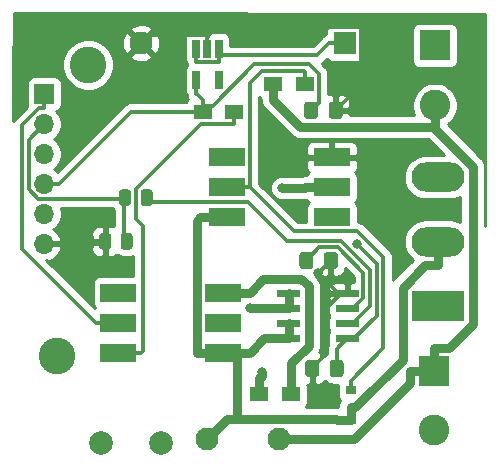
<source format=gbl>
G04 #@! TF.GenerationSoftware,KiCad,Pcbnew,5.1.7-a382d34a8~88~ubuntu18.04.1*
G04 #@! TF.CreationDate,2021-11-17T17:12:46+05:30*
G04 #@! TF.ProjectId,BackEnd_HeavyDevice_v5,4261636b-456e-4645-9f48-656176794465,rev?*
G04 #@! TF.SameCoordinates,Original*
G04 #@! TF.FileFunction,Copper,L2,Bot*
G04 #@! TF.FilePolarity,Positive*
%FSLAX46Y46*%
G04 Gerber Fmt 4.6, Leading zero omitted, Abs format (unit mm)*
G04 Created by KiCad (PCBNEW 5.1.7-a382d34a8~88~ubuntu18.04.1) date 2021-11-17 17:12:46*
%MOMM*%
%LPD*%
G01*
G04 APERTURE LIST*
G04 #@! TA.AperFunction,ComponentPad*
%ADD10C,3.100000*%
G04 #@! TD*
G04 #@! TA.AperFunction,ComponentPad*
%ADD11R,1.950000X1.950000*%
G04 #@! TD*
G04 #@! TA.AperFunction,ComponentPad*
%ADD12C,1.950000*%
G04 #@! TD*
G04 #@! TA.AperFunction,ComponentPad*
%ADD13R,2.600000X2.600000*%
G04 #@! TD*
G04 #@! TA.AperFunction,ComponentPad*
%ADD14C,2.600000*%
G04 #@! TD*
G04 #@! TA.AperFunction,ComponentPad*
%ADD15R,4.500000X2.500000*%
G04 #@! TD*
G04 #@! TA.AperFunction,ComponentPad*
%ADD16O,4.500000X2.500000*%
G04 #@! TD*
G04 #@! TA.AperFunction,ComponentPad*
%ADD17C,2.000000*%
G04 #@! TD*
G04 #@! TA.AperFunction,SMDPad,CuDef*
%ADD18R,0.900000X0.800000*%
G04 #@! TD*
G04 #@! TA.AperFunction,SMDPad,CuDef*
%ADD19R,1.500000X1.300000*%
G04 #@! TD*
G04 #@! TA.AperFunction,SMDPad,CuDef*
%ADD20R,3.100000X1.600000*%
G04 #@! TD*
G04 #@! TA.AperFunction,SMDPad,CuDef*
%ADD21R,0.650000X1.560000*%
G04 #@! TD*
G04 #@! TA.AperFunction,ComponentPad*
%ADD22R,1.700000X1.700000*%
G04 #@! TD*
G04 #@! TA.AperFunction,ComponentPad*
%ADD23O,1.700000X1.700000*%
G04 #@! TD*
G04 #@! TA.AperFunction,ViaPad*
%ADD24C,0.800000*%
G04 #@! TD*
G04 #@! TA.AperFunction,Conductor*
%ADD25C,0.350000*%
G04 #@! TD*
G04 #@! TA.AperFunction,Conductor*
%ADD26C,0.800000*%
G04 #@! TD*
G04 #@! TA.AperFunction,Conductor*
%ADD27C,0.254000*%
G04 #@! TD*
G04 #@! TA.AperFunction,Conductor*
%ADD28C,0.100000*%
G04 #@! TD*
G04 APERTURE END LIST*
D10*
X114554000Y-126187200D03*
X117215920Y-101513640D03*
G04 #@! TA.AperFunction,SMDPad,CuDef*
G36*
G01*
X136684000Y-104882000D02*
X136684000Y-105832000D01*
G75*
G02*
X136434000Y-106082000I-250000J0D01*
G01*
X135759000Y-106082000D01*
G75*
G02*
X135509000Y-105832000I0J250000D01*
G01*
X135509000Y-104882000D01*
G75*
G02*
X135759000Y-104632000I250000J0D01*
G01*
X136434000Y-104632000D01*
G75*
G02*
X136684000Y-104882000I0J-250000D01*
G01*
G37*
G04 #@! TD.AperFunction*
G04 #@! TA.AperFunction,SMDPad,CuDef*
G36*
G01*
X138759000Y-104882000D02*
X138759000Y-105832000D01*
G75*
G02*
X138509000Y-106082000I-250000J0D01*
G01*
X137834000Y-106082000D01*
G75*
G02*
X137584000Y-105832000I0J250000D01*
G01*
X137584000Y-104882000D01*
G75*
G02*
X137834000Y-104632000I250000J0D01*
G01*
X138509000Y-104632000D01*
G75*
G02*
X138759000Y-104882000I0J-250000D01*
G01*
G37*
G04 #@! TD.AperFunction*
G04 #@! TA.AperFunction,SMDPad,CuDef*
G36*
G01*
X136276000Y-117599000D02*
X136276000Y-118549000D01*
G75*
G02*
X136026000Y-118799000I-250000J0D01*
G01*
X135351000Y-118799000D01*
G75*
G02*
X135101000Y-118549000I0J250000D01*
G01*
X135101000Y-117599000D01*
G75*
G02*
X135351000Y-117349000I250000J0D01*
G01*
X136026000Y-117349000D01*
G75*
G02*
X136276000Y-117599000I0J-250000D01*
G01*
G37*
G04 #@! TD.AperFunction*
G04 #@! TA.AperFunction,SMDPad,CuDef*
G36*
G01*
X138351000Y-117599000D02*
X138351000Y-118549000D01*
G75*
G02*
X138101000Y-118799000I-250000J0D01*
G01*
X137426000Y-118799000D01*
G75*
G02*
X137176000Y-118549000I0J250000D01*
G01*
X137176000Y-117599000D01*
G75*
G02*
X137426000Y-117349000I250000J0D01*
G01*
X138101000Y-117349000D01*
G75*
G02*
X138351000Y-117599000I0J-250000D01*
G01*
G37*
G04 #@! TD.AperFunction*
G04 #@! TA.AperFunction,SMDPad,CuDef*
G36*
G01*
X136774000Y-126736000D02*
X136774000Y-127686000D01*
G75*
G02*
X136524000Y-127936000I-250000J0D01*
G01*
X135849000Y-127936000D01*
G75*
G02*
X135599000Y-127686000I0J250000D01*
G01*
X135599000Y-126736000D01*
G75*
G02*
X135849000Y-126486000I250000J0D01*
G01*
X136524000Y-126486000D01*
G75*
G02*
X136774000Y-126736000I0J-250000D01*
G01*
G37*
G04 #@! TD.AperFunction*
G04 #@! TA.AperFunction,SMDPad,CuDef*
G36*
G01*
X138849000Y-126736000D02*
X138849000Y-127686000D01*
G75*
G02*
X138599000Y-127936000I-250000J0D01*
G01*
X137924000Y-127936000D01*
G75*
G02*
X137674000Y-127686000I0J250000D01*
G01*
X137674000Y-126736000D01*
G75*
G02*
X137924000Y-126486000I250000J0D01*
G01*
X138599000Y-126486000D01*
G75*
G02*
X138849000Y-126736000I0J-250000D01*
G01*
G37*
G04 #@! TD.AperFunction*
G04 #@! TA.AperFunction,SMDPad,CuDef*
G36*
G01*
X138165000Y-124903000D02*
X138165000Y-124387000D01*
G75*
G02*
X138207000Y-124345000I42000J0D01*
G01*
X140093000Y-124345000D01*
G75*
G02*
X140135000Y-124387000I0J-42000D01*
G01*
X140135000Y-124903000D01*
G75*
G02*
X140093000Y-124945000I-42000J0D01*
G01*
X138207000Y-124945000D01*
G75*
G02*
X138165000Y-124903000I0J42000D01*
G01*
G37*
G04 #@! TD.AperFunction*
G04 #@! TA.AperFunction,SMDPad,CuDef*
G36*
G01*
X138165000Y-123633000D02*
X138165000Y-123117000D01*
G75*
G02*
X138207000Y-123075000I42000J0D01*
G01*
X140093000Y-123075000D01*
G75*
G02*
X140135000Y-123117000I0J-42000D01*
G01*
X140135000Y-123633000D01*
G75*
G02*
X140093000Y-123675000I-42000J0D01*
G01*
X138207000Y-123675000D01*
G75*
G02*
X138165000Y-123633000I0J42000D01*
G01*
G37*
G04 #@! TD.AperFunction*
G04 #@! TA.AperFunction,SMDPad,CuDef*
G36*
G01*
X138165000Y-122363000D02*
X138165000Y-121847000D01*
G75*
G02*
X138207000Y-121805000I42000J0D01*
G01*
X140093000Y-121805000D01*
G75*
G02*
X140135000Y-121847000I0J-42000D01*
G01*
X140135000Y-122363000D01*
G75*
G02*
X140093000Y-122405000I-42000J0D01*
G01*
X138207000Y-122405000D01*
G75*
G02*
X138165000Y-122363000I0J42000D01*
G01*
G37*
G04 #@! TD.AperFunction*
G04 #@! TA.AperFunction,SMDPad,CuDef*
G36*
G01*
X138165000Y-121093000D02*
X138165000Y-120577000D01*
G75*
G02*
X138207000Y-120535000I42000J0D01*
G01*
X140093000Y-120535000D01*
G75*
G02*
X140135000Y-120577000I0J-42000D01*
G01*
X140135000Y-121093000D01*
G75*
G02*
X140093000Y-121135000I-42000J0D01*
G01*
X138207000Y-121135000D01*
G75*
G02*
X138165000Y-121093000I0J42000D01*
G01*
G37*
G04 #@! TD.AperFunction*
G04 #@! TA.AperFunction,SMDPad,CuDef*
G36*
G01*
X133215000Y-121093000D02*
X133215000Y-120577000D01*
G75*
G02*
X133257000Y-120535000I42000J0D01*
G01*
X135143000Y-120535000D01*
G75*
G02*
X135185000Y-120577000I0J-42000D01*
G01*
X135185000Y-121093000D01*
G75*
G02*
X135143000Y-121135000I-42000J0D01*
G01*
X133257000Y-121135000D01*
G75*
G02*
X133215000Y-121093000I0J42000D01*
G01*
G37*
G04 #@! TD.AperFunction*
G04 #@! TA.AperFunction,SMDPad,CuDef*
G36*
G01*
X133215000Y-122363000D02*
X133215000Y-121847000D01*
G75*
G02*
X133257000Y-121805000I42000J0D01*
G01*
X135143000Y-121805000D01*
G75*
G02*
X135185000Y-121847000I0J-42000D01*
G01*
X135185000Y-122363000D01*
G75*
G02*
X135143000Y-122405000I-42000J0D01*
G01*
X133257000Y-122405000D01*
G75*
G02*
X133215000Y-122363000I0J42000D01*
G01*
G37*
G04 #@! TD.AperFunction*
G04 #@! TA.AperFunction,SMDPad,CuDef*
G36*
G01*
X133215000Y-123633000D02*
X133215000Y-123117000D01*
G75*
G02*
X133257000Y-123075000I42000J0D01*
G01*
X135143000Y-123075000D01*
G75*
G02*
X135185000Y-123117000I0J-42000D01*
G01*
X135185000Y-123633000D01*
G75*
G02*
X135143000Y-123675000I-42000J0D01*
G01*
X133257000Y-123675000D01*
G75*
G02*
X133215000Y-123633000I0J42000D01*
G01*
G37*
G04 #@! TD.AperFunction*
G04 #@! TA.AperFunction,SMDPad,CuDef*
G36*
G01*
X133215000Y-124903000D02*
X133215000Y-124387000D01*
G75*
G02*
X133257000Y-124345000I42000J0D01*
G01*
X135143000Y-124345000D01*
G75*
G02*
X135185000Y-124387000I0J-42000D01*
G01*
X135185000Y-124903000D01*
G75*
G02*
X135143000Y-124945000I-42000J0D01*
G01*
X133257000Y-124945000D01*
G75*
G02*
X133215000Y-124903000I0J42000D01*
G01*
G37*
G04 #@! TD.AperFunction*
D11*
X138971000Y-99667000D03*
D12*
X127287000Y-133195000D03*
X121699000Y-99667000D03*
X133383000Y-133195000D03*
G04 #@! TA.AperFunction,SMDPad,CuDef*
G36*
G01*
X119964000Y-116896001D02*
X119964000Y-115995999D01*
G75*
G02*
X120213999Y-115746000I249999J0D01*
G01*
X120739001Y-115746000D01*
G75*
G02*
X120989000Y-115995999I0J-249999D01*
G01*
X120989000Y-116896001D01*
G75*
G02*
X120739001Y-117146000I-249999J0D01*
G01*
X120213999Y-117146000D01*
G75*
G02*
X119964000Y-116896001I0J249999D01*
G01*
G37*
G04 #@! TD.AperFunction*
G04 #@! TA.AperFunction,SMDPad,CuDef*
G36*
G01*
X118139000Y-116896001D02*
X118139000Y-115995999D01*
G75*
G02*
X118388999Y-115746000I249999J0D01*
G01*
X118914001Y-115746000D01*
G75*
G02*
X119164000Y-115995999I0J-249999D01*
G01*
X119164000Y-116896001D01*
G75*
G02*
X118914001Y-117146000I-249999J0D01*
G01*
X118388999Y-117146000D01*
G75*
G02*
X118139000Y-116896001I0J249999D01*
G01*
G37*
G04 #@! TD.AperFunction*
D13*
X146576000Y-99860100D03*
D14*
X146576000Y-104940100D03*
D13*
X146497000Y-127460000D03*
D14*
X146497000Y-132460000D03*
G04 #@! TA.AperFunction,SMDPad,CuDef*
G36*
G01*
X121655000Y-113201001D02*
X121655000Y-112300999D01*
G75*
G02*
X121904999Y-112051000I249999J0D01*
G01*
X122430001Y-112051000D01*
G75*
G02*
X122680000Y-112300999I0J-249999D01*
G01*
X122680000Y-113201001D01*
G75*
G02*
X122430001Y-113451000I-249999J0D01*
G01*
X121904999Y-113451000D01*
G75*
G02*
X121655000Y-113201001I0J249999D01*
G01*
G37*
G04 #@! TD.AperFunction*
G04 #@! TA.AperFunction,SMDPad,CuDef*
G36*
G01*
X119830000Y-113201001D02*
X119830000Y-112300999D01*
G75*
G02*
X120079999Y-112051000I249999J0D01*
G01*
X120605001Y-112051000D01*
G75*
G02*
X120855000Y-112300999I0J-249999D01*
G01*
X120855000Y-113201001D01*
G75*
G02*
X120605001Y-113451000I-249999J0D01*
G01*
X120079999Y-113451000D01*
G75*
G02*
X119830000Y-113201001I0J249999D01*
G01*
G37*
G04 #@! TD.AperFunction*
D15*
X146827000Y-121917000D03*
D16*
X146827000Y-116467000D03*
X146827000Y-111017000D03*
D17*
X118316000Y-133530000D03*
X123396000Y-133520000D03*
D18*
X139433000Y-131587000D03*
X139433000Y-129047000D03*
D19*
X135611000Y-103152000D03*
X132911000Y-103152000D03*
X126909000Y-105474000D03*
X129609000Y-105474000D03*
X131718000Y-129398000D03*
X134418000Y-129398000D03*
D20*
X128971000Y-114430000D03*
X137861000Y-109350000D03*
X128971000Y-111890000D03*
X137861000Y-111890000D03*
X128971000Y-109350000D03*
X137861000Y-114430000D03*
D21*
X126357000Y-102824000D03*
X128257000Y-102824000D03*
X128257000Y-100124000D03*
X127307000Y-100124000D03*
X126357000Y-100124000D03*
D20*
X128666000Y-125862000D03*
X119776000Y-120782000D03*
X128666000Y-123322000D03*
X119776000Y-123322000D03*
X128666000Y-120782000D03*
X119776000Y-125862000D03*
D22*
X113515000Y-103967000D03*
D23*
X113515000Y-106507000D03*
X113515000Y-109047000D03*
X113515000Y-111587000D03*
X113515000Y-114127000D03*
X113515000Y-116667000D03*
D24*
X139974400Y-116677500D03*
X136708200Y-119161500D03*
X134353800Y-110477800D03*
X130916300Y-122105000D03*
X133654600Y-111932300D03*
X131931500Y-127505000D03*
D25*
X139974400Y-116677500D02*
X141651900Y-118355000D01*
X141651900Y-118355000D02*
X141651900Y-122733500D01*
X141651900Y-122733500D02*
X139740400Y-124645000D01*
X139740400Y-124645000D02*
X139150000Y-124645000D01*
X139150000Y-124645000D02*
X138261500Y-125533500D01*
X138261500Y-125533500D02*
X138261500Y-127211000D01*
X126357000Y-101279300D02*
X128257000Y-101279300D01*
X138971000Y-99667000D02*
X137620700Y-99667000D01*
X128257000Y-100701600D02*
X136586100Y-100701600D01*
X136586100Y-100701600D02*
X137620700Y-99667000D01*
X128257000Y-100701600D02*
X128257000Y-101279300D01*
X128257000Y-100124000D02*
X128257000Y-100701600D01*
X126357000Y-100124000D02*
X126357000Y-101279300D01*
X138505300Y-120958500D02*
X138628800Y-120835000D01*
X138628800Y-120835000D02*
X139150000Y-120835000D01*
X136186500Y-127211000D02*
X137041800Y-126355700D01*
X137041800Y-126355700D02*
X137041800Y-122422000D01*
X137041800Y-122422000D02*
X138505300Y-120958500D01*
X138505300Y-120958500D02*
X136708200Y-119161500D01*
X137763500Y-118074000D02*
X137763500Y-118106200D01*
X137763500Y-118106200D02*
X136708200Y-119161500D01*
X137861000Y-109350000D02*
X135935700Y-109350000D01*
X134353800Y-110477800D02*
X134807900Y-110477800D01*
X134807900Y-110477800D02*
X135935700Y-109350000D01*
X113515000Y-116667000D02*
X118430500Y-116667000D01*
X118430500Y-116667000D02*
X118651500Y-116446000D01*
X127307000Y-98968700D02*
X127959100Y-98316600D01*
X127959100Y-98316600D02*
X140169800Y-98316600D01*
X140169800Y-98316600D02*
X140321400Y-98468200D01*
X140321400Y-98468200D02*
X140321400Y-103207100D01*
X140321400Y-103207100D02*
X138171500Y-105357000D01*
X127307000Y-99106300D02*
X127307000Y-98968700D01*
X127307000Y-100124000D02*
X127307000Y-99106300D01*
X121699000Y-99667000D02*
X122397300Y-98968700D01*
X122397300Y-98968700D02*
X127307000Y-98968700D01*
X113515000Y-111587000D02*
X114740300Y-111587000D01*
X114740300Y-111587000D02*
X120853300Y-105474000D01*
X120853300Y-105474000D02*
X126909000Y-105474000D01*
X126909000Y-104961300D02*
X127769800Y-104961300D01*
X127769800Y-104961300D02*
X131268400Y-101462700D01*
X131268400Y-101462700D02*
X135916800Y-101462700D01*
X135916800Y-101462700D02*
X136739700Y-102285600D01*
X136739700Y-102285600D02*
X136739700Y-104713800D01*
X136739700Y-104713800D02*
X136096500Y-105357000D01*
X126909000Y-104961300D02*
X126909000Y-104448700D01*
X126909000Y-105474000D02*
X126909000Y-104961300D01*
X126357000Y-102824000D02*
X126357000Y-103979300D01*
X126357000Y-103979300D02*
X126439600Y-103979300D01*
X126439600Y-103979300D02*
X126909000Y-104448700D01*
X139433000Y-129047000D02*
X139433000Y-128271700D01*
X130896300Y-111890000D02*
X134619800Y-115613500D01*
X134619800Y-115613500D02*
X140022100Y-115613500D01*
X140022100Y-115613500D02*
X142207100Y-117798500D01*
X142207100Y-117798500D02*
X142207100Y-125497600D01*
X142207100Y-125497600D02*
X139433000Y-128271700D01*
X129933700Y-111890000D02*
X130896300Y-111890000D01*
X128971000Y-111890000D02*
X129933700Y-111890000D01*
X135611000Y-103152000D02*
X135611000Y-102126700D01*
X130896300Y-111890000D02*
X130896300Y-103059100D01*
X130896300Y-103059100D02*
X131928800Y-102026600D01*
X131928800Y-102026600D02*
X135510900Y-102026600D01*
X135510900Y-102026600D02*
X135611000Y-102126700D01*
D26*
X146431000Y-106783400D02*
X146576000Y-106638400D01*
X146576000Y-106638400D02*
X146576000Y-104940100D01*
X132911000Y-104502300D02*
X135192100Y-106783400D01*
X135192100Y-106783400D02*
X146431000Y-106783400D01*
X146431000Y-106783400D02*
X149777400Y-110129800D01*
X149777400Y-110129800D02*
X149777400Y-123468500D01*
X149777400Y-123468500D02*
X147786200Y-125459700D01*
X147786200Y-125459700D02*
X146497000Y-125459700D01*
X146497000Y-127460000D02*
X146497000Y-125459700D01*
X146497000Y-127460000D02*
X144496700Y-127460000D01*
X144496700Y-127460000D02*
X144496700Y-128460100D01*
X144496700Y-128460100D02*
X139761800Y-133195000D01*
X139761800Y-133195000D02*
X133383000Y-133195000D01*
X132911000Y-103152000D02*
X132911000Y-104502300D01*
X134200000Y-122105000D02*
X130916300Y-122105000D01*
X134200000Y-122105000D02*
X134200000Y-120835000D01*
X137861000Y-111890000D02*
X135610700Y-111890000D01*
X133654600Y-111932300D02*
X135568400Y-111932300D01*
X135568400Y-111932300D02*
X135610700Y-111890000D01*
D25*
X119776000Y-123322000D02*
X117850700Y-123322000D01*
X113515000Y-103967000D02*
X113515000Y-105192300D01*
X113515000Y-105192300D02*
X113055500Y-105192300D01*
X113055500Y-105192300D02*
X111618100Y-106629700D01*
X111618100Y-106629700D02*
X111618100Y-117089400D01*
X111618100Y-117089400D02*
X117850700Y-123322000D01*
D26*
X131718000Y-129398000D02*
X131718000Y-128047700D01*
X131718000Y-128047700D02*
X131931500Y-127834200D01*
X131931500Y-127834200D02*
X131931500Y-127505000D01*
D25*
X129609000Y-105474000D02*
X129609000Y-106499300D01*
X119776000Y-125862000D02*
X121701300Y-125862000D01*
X121701300Y-125862000D02*
X121843900Y-125719400D01*
X121843900Y-125719400D02*
X121843900Y-115109100D01*
X121843900Y-115109100D02*
X121255000Y-114520200D01*
X121255000Y-114520200D02*
X121255000Y-112038300D01*
X121255000Y-112038300D02*
X126794000Y-106499300D01*
X126794000Y-106499300D02*
X129609000Y-106499300D01*
D26*
X134418000Y-129398000D02*
X134418000Y-128047700D01*
X134418000Y-128047700D02*
X134418000Y-126750400D01*
X134418000Y-126750400D02*
X135885500Y-125282900D01*
X135885500Y-125282900D02*
X135885500Y-120269700D01*
X135885500Y-120269700D02*
X135279300Y-119663500D01*
X135279300Y-119663500D02*
X132034800Y-119663500D01*
X132034800Y-119663500D02*
X130916300Y-120782000D01*
X128666000Y-120782000D02*
X130916300Y-120782000D01*
X134200000Y-124645000D02*
X134200000Y-123375000D01*
X130916300Y-125862000D02*
X132133300Y-124645000D01*
X132133300Y-124645000D02*
X134200000Y-124645000D01*
X139433000Y-130486700D02*
X139845600Y-130486700D01*
X139845600Y-130486700D02*
X143833900Y-126498400D01*
X143833900Y-126498400D02*
X143833900Y-120361300D01*
X143833900Y-120361300D02*
X145777900Y-118417300D01*
X145777900Y-118417300D02*
X146827000Y-118417300D01*
X128666000Y-125862000D02*
X126415700Y-125862000D01*
X128971000Y-114430000D02*
X126720700Y-114430000D01*
X126720700Y-114430000D02*
X126415700Y-114735000D01*
X126415700Y-114735000D02*
X126415700Y-125862000D01*
X129791200Y-131514800D02*
X128967200Y-131514800D01*
X128967200Y-131514800D02*
X127287000Y-133195000D01*
X138282700Y-131587000D02*
X138210500Y-131514800D01*
X138210500Y-131514800D02*
X129791200Y-131514800D01*
X129791200Y-125862000D02*
X129791200Y-131514800D01*
X129791200Y-125862000D02*
X130916300Y-125862000D01*
X128666000Y-125862000D02*
X129791200Y-125862000D01*
X139433000Y-131587000D02*
X139433000Y-130486700D01*
X146827000Y-116467000D02*
X146827000Y-118417300D01*
X139433000Y-131587000D02*
X138282700Y-131587000D01*
D25*
X120236500Y-112857000D02*
X120342500Y-112751000D01*
X113515000Y-106507000D02*
X112188700Y-107833300D01*
X112188700Y-107833300D02*
X112188700Y-112044700D01*
X112188700Y-112044700D02*
X113001000Y-112857000D01*
X113001000Y-112857000D02*
X120236500Y-112857000D01*
X120236500Y-112857000D02*
X120236500Y-116206000D01*
X120236500Y-116206000D02*
X120476500Y-116446000D01*
X122167500Y-112751000D02*
X122526500Y-113110000D01*
X122526500Y-113110000D02*
X130753800Y-113110000D01*
X130753800Y-113110000D02*
X134045100Y-116401300D01*
X134045100Y-116401300D02*
X138601700Y-116401300D01*
X138601700Y-116401300D02*
X141101600Y-118901200D01*
X141101600Y-118901200D02*
X141101600Y-121952900D01*
X141101600Y-121952900D02*
X139679500Y-123375000D01*
X139679500Y-123375000D02*
X139150000Y-123375000D01*
X135688500Y-118074000D02*
X136794000Y-116968500D01*
X136794000Y-116968500D02*
X138390500Y-116968500D01*
X138390500Y-116968500D02*
X140513400Y-119091400D01*
X140513400Y-119091400D02*
X140513400Y-121272400D01*
X140513400Y-121272400D02*
X139680800Y-122105000D01*
X139680800Y-122105000D02*
X139150000Y-122105000D01*
D27*
X136313500Y-127084000D02*
X136333500Y-127084000D01*
X136333500Y-127338000D01*
X136313500Y-127338000D01*
X136313500Y-128412250D01*
X136472250Y-128571000D01*
X136774000Y-128574072D01*
X136898482Y-128561812D01*
X137018180Y-128525502D01*
X137128494Y-128466537D01*
X137225185Y-128387185D01*
X137290658Y-128307406D01*
X137296038Y-128313962D01*
X137430614Y-128424405D01*
X137584150Y-128506472D01*
X137750746Y-128557008D01*
X137924000Y-128574072D01*
X138352111Y-128574072D01*
X138344928Y-128647000D01*
X138344928Y-129447000D01*
X138357188Y-129571482D01*
X138393498Y-129691180D01*
X138452463Y-129801494D01*
X138531815Y-129898185D01*
X138561134Y-129922246D01*
X138472159Y-130088707D01*
X138412976Y-130283805D01*
X138392993Y-130486700D01*
X138393596Y-130492826D01*
X138261338Y-130479800D01*
X138261328Y-130479800D01*
X138210500Y-130474794D01*
X138159672Y-130479800D01*
X135635094Y-130479800D01*
X135698537Y-130402494D01*
X135757502Y-130292180D01*
X135793812Y-130172482D01*
X135806072Y-130048000D01*
X135806072Y-128748000D01*
X135793812Y-128623518D01*
X135778259Y-128572247D01*
X135900750Y-128571000D01*
X136059500Y-128412250D01*
X136059500Y-127338000D01*
X136039500Y-127338000D01*
X136039500Y-127084000D01*
X136059500Y-127084000D01*
X136059500Y-127064000D01*
X136313500Y-127064000D01*
X136313500Y-127084000D01*
G04 #@! TA.AperFunction,Conductor*
D28*
G36*
X136313500Y-127084000D02*
G01*
X136333500Y-127084000D01*
X136333500Y-127338000D01*
X136313500Y-127338000D01*
X136313500Y-128412250D01*
X136472250Y-128571000D01*
X136774000Y-128574072D01*
X136898482Y-128561812D01*
X137018180Y-128525502D01*
X137128494Y-128466537D01*
X137225185Y-128387185D01*
X137290658Y-128307406D01*
X137296038Y-128313962D01*
X137430614Y-128424405D01*
X137584150Y-128506472D01*
X137750746Y-128557008D01*
X137924000Y-128574072D01*
X138352111Y-128574072D01*
X138344928Y-128647000D01*
X138344928Y-129447000D01*
X138357188Y-129571482D01*
X138393498Y-129691180D01*
X138452463Y-129801494D01*
X138531815Y-129898185D01*
X138561134Y-129922246D01*
X138472159Y-130088707D01*
X138412976Y-130283805D01*
X138392993Y-130486700D01*
X138393596Y-130492826D01*
X138261338Y-130479800D01*
X138261328Y-130479800D01*
X138210500Y-130474794D01*
X138159672Y-130479800D01*
X135635094Y-130479800D01*
X135698537Y-130402494D01*
X135757502Y-130292180D01*
X135793812Y-130172482D01*
X135806072Y-130048000D01*
X135806072Y-128748000D01*
X135793812Y-128623518D01*
X135778259Y-128572247D01*
X135900750Y-128571000D01*
X136059500Y-128412250D01*
X136059500Y-127338000D01*
X136039500Y-127338000D01*
X136039500Y-127084000D01*
X136059500Y-127084000D01*
X136059500Y-127064000D01*
X136313500Y-127064000D01*
X136313500Y-127084000D01*
G37*
G04 #@! TD.AperFunction*
D27*
X137890500Y-117947000D02*
X137910500Y-117947000D01*
X137910500Y-118201000D01*
X137890500Y-118201000D01*
X137890500Y-119275250D01*
X138049250Y-119434000D01*
X138351000Y-119437072D01*
X138475482Y-119424812D01*
X138595180Y-119388502D01*
X138705494Y-119329537D01*
X138802185Y-119250185D01*
X138881537Y-119153494D01*
X138940502Y-119043180D01*
X138976812Y-118923482D01*
X138989072Y-118799000D01*
X138988463Y-118711975D01*
X139703400Y-119426912D01*
X139703400Y-119898824D01*
X139435750Y-119900000D01*
X139277000Y-120058750D01*
X139277000Y-120708000D01*
X139297000Y-120708000D01*
X139297000Y-120962000D01*
X139277000Y-120962000D01*
X139277000Y-120982000D01*
X139023000Y-120982000D01*
X139023000Y-120962000D01*
X137688750Y-120962000D01*
X137530000Y-121120750D01*
X137526928Y-121135000D01*
X137539188Y-121259482D01*
X137575498Y-121379180D01*
X137632571Y-121485954D01*
X137578695Y-121586748D01*
X137539995Y-121714325D01*
X137526928Y-121847000D01*
X137526928Y-122363000D01*
X137539995Y-122495675D01*
X137578695Y-122623252D01*
X137641098Y-122740000D01*
X137578695Y-122856748D01*
X137539995Y-122984325D01*
X137526928Y-123117000D01*
X137526928Y-123633000D01*
X137539995Y-123765675D01*
X137578695Y-123893252D01*
X137641098Y-124010000D01*
X137578695Y-124126748D01*
X137539995Y-124254325D01*
X137526928Y-124387000D01*
X137526928Y-124903000D01*
X137539995Y-125035675D01*
X137565030Y-125118206D01*
X137546853Y-125152215D01*
X137509537Y-125222028D01*
X137463220Y-125374713D01*
X137451500Y-125493709D01*
X137447581Y-125533500D01*
X137451500Y-125573289D01*
X137451500Y-125986431D01*
X137430614Y-125997595D01*
X137296038Y-126108038D01*
X137290658Y-126114594D01*
X137225185Y-126034815D01*
X137128494Y-125955463D01*
X137018180Y-125896498D01*
X136898482Y-125860188D01*
X136774000Y-125847928D01*
X136756967Y-125848101D01*
X136819892Y-125730376D01*
X136846341Y-125680893D01*
X136905524Y-125485795D01*
X136920500Y-125333738D01*
X136920500Y-125333729D01*
X136925506Y-125282901D01*
X136920500Y-125232073D01*
X136920500Y-120535000D01*
X137526928Y-120535000D01*
X137530000Y-120549250D01*
X137688750Y-120708000D01*
X139023000Y-120708000D01*
X139023000Y-120058750D01*
X138864250Y-119900000D01*
X138165000Y-119896928D01*
X138040518Y-119909188D01*
X137920820Y-119945498D01*
X137810506Y-120004463D01*
X137713815Y-120083815D01*
X137634463Y-120180506D01*
X137575498Y-120290820D01*
X137539188Y-120410518D01*
X137526928Y-120535000D01*
X136920500Y-120535000D01*
X136920500Y-120320527D01*
X136925506Y-120269699D01*
X136920500Y-120218871D01*
X136920500Y-120218862D01*
X136905524Y-120066805D01*
X136846341Y-119871707D01*
X136774777Y-119737820D01*
X136750234Y-119691902D01*
X136696070Y-119625904D01*
X136620896Y-119534304D01*
X136581403Y-119501893D01*
X136420025Y-119340515D01*
X136519386Y-119287405D01*
X136653962Y-119176962D01*
X136659342Y-119170406D01*
X136724815Y-119250185D01*
X136821506Y-119329537D01*
X136931820Y-119388502D01*
X137051518Y-119424812D01*
X137176000Y-119437072D01*
X137477750Y-119434000D01*
X137636500Y-119275250D01*
X137636500Y-118201000D01*
X137616500Y-118201000D01*
X137616500Y-117947000D01*
X137636500Y-117947000D01*
X137636500Y-117927000D01*
X137890500Y-117927000D01*
X137890500Y-117947000D01*
G04 #@! TA.AperFunction,Conductor*
D28*
G36*
X137890500Y-117947000D02*
G01*
X137910500Y-117947000D01*
X137910500Y-118201000D01*
X137890500Y-118201000D01*
X137890500Y-119275250D01*
X138049250Y-119434000D01*
X138351000Y-119437072D01*
X138475482Y-119424812D01*
X138595180Y-119388502D01*
X138705494Y-119329537D01*
X138802185Y-119250185D01*
X138881537Y-119153494D01*
X138940502Y-119043180D01*
X138976812Y-118923482D01*
X138989072Y-118799000D01*
X138988463Y-118711975D01*
X139703400Y-119426912D01*
X139703400Y-119898824D01*
X139435750Y-119900000D01*
X139277000Y-120058750D01*
X139277000Y-120708000D01*
X139297000Y-120708000D01*
X139297000Y-120962000D01*
X139277000Y-120962000D01*
X139277000Y-120982000D01*
X139023000Y-120982000D01*
X139023000Y-120962000D01*
X137688750Y-120962000D01*
X137530000Y-121120750D01*
X137526928Y-121135000D01*
X137539188Y-121259482D01*
X137575498Y-121379180D01*
X137632571Y-121485954D01*
X137578695Y-121586748D01*
X137539995Y-121714325D01*
X137526928Y-121847000D01*
X137526928Y-122363000D01*
X137539995Y-122495675D01*
X137578695Y-122623252D01*
X137641098Y-122740000D01*
X137578695Y-122856748D01*
X137539995Y-122984325D01*
X137526928Y-123117000D01*
X137526928Y-123633000D01*
X137539995Y-123765675D01*
X137578695Y-123893252D01*
X137641098Y-124010000D01*
X137578695Y-124126748D01*
X137539995Y-124254325D01*
X137526928Y-124387000D01*
X137526928Y-124903000D01*
X137539995Y-125035675D01*
X137565030Y-125118206D01*
X137546853Y-125152215D01*
X137509537Y-125222028D01*
X137463220Y-125374713D01*
X137451500Y-125493709D01*
X137447581Y-125533500D01*
X137451500Y-125573289D01*
X137451500Y-125986431D01*
X137430614Y-125997595D01*
X137296038Y-126108038D01*
X137290658Y-126114594D01*
X137225185Y-126034815D01*
X137128494Y-125955463D01*
X137018180Y-125896498D01*
X136898482Y-125860188D01*
X136774000Y-125847928D01*
X136756967Y-125848101D01*
X136819892Y-125730376D01*
X136846341Y-125680893D01*
X136905524Y-125485795D01*
X136920500Y-125333738D01*
X136920500Y-125333729D01*
X136925506Y-125282901D01*
X136920500Y-125232073D01*
X136920500Y-120535000D01*
X137526928Y-120535000D01*
X137530000Y-120549250D01*
X137688750Y-120708000D01*
X139023000Y-120708000D01*
X139023000Y-120058750D01*
X138864250Y-119900000D01*
X138165000Y-119896928D01*
X138040518Y-119909188D01*
X137920820Y-119945498D01*
X137810506Y-120004463D01*
X137713815Y-120083815D01*
X137634463Y-120180506D01*
X137575498Y-120290820D01*
X137539188Y-120410518D01*
X137526928Y-120535000D01*
X136920500Y-120535000D01*
X136920500Y-120320527D01*
X136925506Y-120269699D01*
X136920500Y-120218871D01*
X136920500Y-120218862D01*
X136905524Y-120066805D01*
X136846341Y-119871707D01*
X136774777Y-119737820D01*
X136750234Y-119691902D01*
X136696070Y-119625904D01*
X136620896Y-119534304D01*
X136581403Y-119501893D01*
X136420025Y-119340515D01*
X136519386Y-119287405D01*
X136653962Y-119176962D01*
X136659342Y-119170406D01*
X136724815Y-119250185D01*
X136821506Y-119329537D01*
X136931820Y-119388502D01*
X137051518Y-119424812D01*
X137176000Y-119437072D01*
X137477750Y-119434000D01*
X137636500Y-119275250D01*
X137636500Y-118201000D01*
X137616500Y-118201000D01*
X137616500Y-117947000D01*
X137636500Y-117947000D01*
X137636500Y-117927000D01*
X137890500Y-117927000D01*
X137890500Y-117947000D01*
G37*
G04 #@! TD.AperFunction*
D27*
X119341595Y-113694387D02*
X119426500Y-113797844D01*
X119426501Y-115166291D01*
X119408180Y-115156498D01*
X119288482Y-115120188D01*
X119164000Y-115107928D01*
X118937250Y-115111000D01*
X118778500Y-115269750D01*
X118778500Y-116319000D01*
X118798500Y-116319000D01*
X118798500Y-116573000D01*
X118778500Y-116573000D01*
X118778500Y-117622250D01*
X118937250Y-117781000D01*
X119164000Y-117784072D01*
X119288482Y-117771812D01*
X119408180Y-117735502D01*
X119518494Y-117676537D01*
X119615185Y-117597185D01*
X119639363Y-117567724D01*
X119720613Y-117634405D01*
X119874149Y-117716472D01*
X120040745Y-117767008D01*
X120213999Y-117784072D01*
X120739001Y-117784072D01*
X120912255Y-117767008D01*
X121033901Y-117730107D01*
X121033901Y-119343928D01*
X118226000Y-119343928D01*
X118101518Y-119356188D01*
X117981820Y-119392498D01*
X117871506Y-119451463D01*
X117774815Y-119530815D01*
X117695463Y-119627506D01*
X117636498Y-119737820D01*
X117600188Y-119857518D01*
X117587928Y-119982000D01*
X117587928Y-121582000D01*
X117600188Y-121706482D01*
X117636498Y-121826180D01*
X117695463Y-121936494D01*
X117774815Y-122033185D01*
X117797741Y-122052000D01*
X117774815Y-122070815D01*
X117761388Y-122087175D01*
X113684151Y-118009938D01*
X113871891Y-118108481D01*
X114146252Y-118011157D01*
X114396355Y-117862178D01*
X114612588Y-117667269D01*
X114786641Y-117433920D01*
X114911825Y-117171099D01*
X114919437Y-117146000D01*
X117500928Y-117146000D01*
X117513188Y-117270482D01*
X117549498Y-117390180D01*
X117608463Y-117500494D01*
X117687815Y-117597185D01*
X117784506Y-117676537D01*
X117894820Y-117735502D01*
X118014518Y-117771812D01*
X118139000Y-117784072D01*
X118365750Y-117781000D01*
X118524500Y-117622250D01*
X118524500Y-116573000D01*
X117662750Y-116573000D01*
X117504000Y-116731750D01*
X117500928Y-117146000D01*
X114919437Y-117146000D01*
X114956476Y-117023890D01*
X114835155Y-116794000D01*
X113642000Y-116794000D01*
X113642000Y-116814000D01*
X113388000Y-116814000D01*
X113388000Y-116794000D01*
X113368000Y-116794000D01*
X113368000Y-116540000D01*
X113388000Y-116540000D01*
X113388000Y-116520000D01*
X113642000Y-116520000D01*
X113642000Y-116540000D01*
X114835155Y-116540000D01*
X114956476Y-116310110D01*
X114911825Y-116162901D01*
X114786641Y-115900080D01*
X114671715Y-115746000D01*
X117500928Y-115746000D01*
X117504000Y-116160250D01*
X117662750Y-116319000D01*
X118524500Y-116319000D01*
X118524500Y-115269750D01*
X118365750Y-115111000D01*
X118139000Y-115107928D01*
X118014518Y-115120188D01*
X117894820Y-115156498D01*
X117784506Y-115215463D01*
X117687815Y-115294815D01*
X117608463Y-115391506D01*
X117549498Y-115501820D01*
X117513188Y-115621518D01*
X117500928Y-115746000D01*
X114671715Y-115746000D01*
X114612588Y-115666731D01*
X114396355Y-115471822D01*
X114279466Y-115402195D01*
X114461632Y-115280475D01*
X114668475Y-115073632D01*
X114830990Y-114830411D01*
X114942932Y-114560158D01*
X115000000Y-114273260D01*
X115000000Y-113980740D01*
X114942932Y-113693842D01*
X114931814Y-113667000D01*
X119326956Y-113667000D01*
X119341595Y-113694387D01*
G04 #@! TA.AperFunction,Conductor*
D28*
G36*
X119341595Y-113694387D02*
G01*
X119426500Y-113797844D01*
X119426501Y-115166291D01*
X119408180Y-115156498D01*
X119288482Y-115120188D01*
X119164000Y-115107928D01*
X118937250Y-115111000D01*
X118778500Y-115269750D01*
X118778500Y-116319000D01*
X118798500Y-116319000D01*
X118798500Y-116573000D01*
X118778500Y-116573000D01*
X118778500Y-117622250D01*
X118937250Y-117781000D01*
X119164000Y-117784072D01*
X119288482Y-117771812D01*
X119408180Y-117735502D01*
X119518494Y-117676537D01*
X119615185Y-117597185D01*
X119639363Y-117567724D01*
X119720613Y-117634405D01*
X119874149Y-117716472D01*
X120040745Y-117767008D01*
X120213999Y-117784072D01*
X120739001Y-117784072D01*
X120912255Y-117767008D01*
X121033901Y-117730107D01*
X121033901Y-119343928D01*
X118226000Y-119343928D01*
X118101518Y-119356188D01*
X117981820Y-119392498D01*
X117871506Y-119451463D01*
X117774815Y-119530815D01*
X117695463Y-119627506D01*
X117636498Y-119737820D01*
X117600188Y-119857518D01*
X117587928Y-119982000D01*
X117587928Y-121582000D01*
X117600188Y-121706482D01*
X117636498Y-121826180D01*
X117695463Y-121936494D01*
X117774815Y-122033185D01*
X117797741Y-122052000D01*
X117774815Y-122070815D01*
X117761388Y-122087175D01*
X113684151Y-118009938D01*
X113871891Y-118108481D01*
X114146252Y-118011157D01*
X114396355Y-117862178D01*
X114612588Y-117667269D01*
X114786641Y-117433920D01*
X114911825Y-117171099D01*
X114919437Y-117146000D01*
X117500928Y-117146000D01*
X117513188Y-117270482D01*
X117549498Y-117390180D01*
X117608463Y-117500494D01*
X117687815Y-117597185D01*
X117784506Y-117676537D01*
X117894820Y-117735502D01*
X118014518Y-117771812D01*
X118139000Y-117784072D01*
X118365750Y-117781000D01*
X118524500Y-117622250D01*
X118524500Y-116573000D01*
X117662750Y-116573000D01*
X117504000Y-116731750D01*
X117500928Y-117146000D01*
X114919437Y-117146000D01*
X114956476Y-117023890D01*
X114835155Y-116794000D01*
X113642000Y-116794000D01*
X113642000Y-116814000D01*
X113388000Y-116814000D01*
X113388000Y-116794000D01*
X113368000Y-116794000D01*
X113368000Y-116540000D01*
X113388000Y-116540000D01*
X113388000Y-116520000D01*
X113642000Y-116520000D01*
X113642000Y-116540000D01*
X114835155Y-116540000D01*
X114956476Y-116310110D01*
X114911825Y-116162901D01*
X114786641Y-115900080D01*
X114671715Y-115746000D01*
X117500928Y-115746000D01*
X117504000Y-116160250D01*
X117662750Y-116319000D01*
X118524500Y-116319000D01*
X118524500Y-115269750D01*
X118365750Y-115111000D01*
X118139000Y-115107928D01*
X118014518Y-115120188D01*
X117894820Y-115156498D01*
X117784506Y-115215463D01*
X117687815Y-115294815D01*
X117608463Y-115391506D01*
X117549498Y-115501820D01*
X117513188Y-115621518D01*
X117500928Y-115746000D01*
X114671715Y-115746000D01*
X114612588Y-115666731D01*
X114396355Y-115471822D01*
X114279466Y-115402195D01*
X114461632Y-115280475D01*
X114668475Y-115073632D01*
X114830990Y-114830411D01*
X114942932Y-114560158D01*
X115000000Y-114273260D01*
X115000000Y-113980740D01*
X114942932Y-113693842D01*
X114931814Y-113667000D01*
X119326956Y-113667000D01*
X119341595Y-113694387D01*
G37*
G04 #@! TD.AperFunction*
D27*
X131709815Y-104253185D02*
X131806506Y-104332537D01*
X131876001Y-104369683D01*
X131876001Y-104451463D01*
X131870994Y-104502300D01*
X131890977Y-104705195D01*
X131950160Y-104900293D01*
X132046266Y-105080097D01*
X132143197Y-105198207D01*
X132175605Y-105237696D01*
X132215092Y-105270102D01*
X134424296Y-107479307D01*
X134456704Y-107518796D01*
X134496192Y-107551203D01*
X134614302Y-107648134D01*
X134794106Y-107744241D01*
X134839515Y-107758015D01*
X134989205Y-107803424D01*
X135141262Y-107818400D01*
X135141265Y-107818400D01*
X135192100Y-107823407D01*
X135242935Y-107818400D01*
X146002290Y-107818400D01*
X147315890Y-109132000D01*
X145734403Y-109132000D01*
X145457476Y-109159275D01*
X145102152Y-109267061D01*
X144774683Y-109442097D01*
X144487655Y-109677655D01*
X144252097Y-109964683D01*
X144077061Y-110292152D01*
X143969275Y-110647476D01*
X143932880Y-111017000D01*
X143969275Y-111386524D01*
X144077061Y-111741848D01*
X144252097Y-112069317D01*
X144487655Y-112356345D01*
X144774683Y-112591903D01*
X145102152Y-112766939D01*
X145457476Y-112874725D01*
X145734403Y-112902000D01*
X147919597Y-112902000D01*
X148196524Y-112874725D01*
X148551848Y-112766939D01*
X148742400Y-112665087D01*
X148742400Y-114818913D01*
X148551848Y-114717061D01*
X148196524Y-114609275D01*
X147919597Y-114582000D01*
X145734403Y-114582000D01*
X145457476Y-114609275D01*
X145102152Y-114717061D01*
X144774683Y-114892097D01*
X144487655Y-115127655D01*
X144252097Y-115414683D01*
X144077061Y-115742152D01*
X143969275Y-116097476D01*
X143932880Y-116467000D01*
X143969275Y-116836524D01*
X144077061Y-117191848D01*
X144252097Y-117519317D01*
X144487655Y-117806345D01*
X144727944Y-118003545D01*
X143137992Y-119593498D01*
X143098505Y-119625904D01*
X143066098Y-119665392D01*
X143066097Y-119665393D01*
X143017100Y-119725096D01*
X143017100Y-117838288D01*
X143021019Y-117798500D01*
X143012940Y-117716472D01*
X143005380Y-117639712D01*
X142963148Y-117500494D01*
X142959063Y-117487026D01*
X142883849Y-117346311D01*
X142807993Y-117253880D01*
X142782628Y-117222972D01*
X142751719Y-117197606D01*
X140622999Y-115068887D01*
X140597628Y-115037972D01*
X140474289Y-114936751D01*
X140333573Y-114861537D01*
X140180888Y-114815220D01*
X140061891Y-114803500D01*
X140061888Y-114803500D01*
X140049072Y-114802238D01*
X140049072Y-113630000D01*
X140036812Y-113505518D01*
X140000502Y-113385820D01*
X139941537Y-113275506D01*
X139862185Y-113178815D01*
X139839259Y-113160000D01*
X139862185Y-113141185D01*
X139941537Y-113044494D01*
X140000502Y-112934180D01*
X140036812Y-112814482D01*
X140049072Y-112690000D01*
X140049072Y-111090000D01*
X140036812Y-110965518D01*
X140000502Y-110845820D01*
X139941537Y-110735506D01*
X139862185Y-110638815D01*
X139839259Y-110620000D01*
X139862185Y-110601185D01*
X139941537Y-110504494D01*
X140000502Y-110394180D01*
X140036812Y-110274482D01*
X140049072Y-110150000D01*
X140046000Y-109635750D01*
X139887250Y-109477000D01*
X137988000Y-109477000D01*
X137988000Y-109497000D01*
X137734000Y-109497000D01*
X137734000Y-109477000D01*
X135834750Y-109477000D01*
X135676000Y-109635750D01*
X135672928Y-110150000D01*
X135685188Y-110274482D01*
X135721498Y-110394180D01*
X135780463Y-110504494D01*
X135859815Y-110601185D01*
X135882741Y-110620000D01*
X135859815Y-110638815D01*
X135780463Y-110735506D01*
X135721498Y-110845820D01*
X135718713Y-110855000D01*
X135661527Y-110855000D01*
X135610699Y-110849994D01*
X135559871Y-110855000D01*
X135559862Y-110855000D01*
X135407805Y-110869976D01*
X135317731Y-110897300D01*
X133552661Y-110897300D01*
X133502543Y-110907269D01*
X133451705Y-110912276D01*
X133402823Y-110927104D01*
X133352702Y-110937074D01*
X133305487Y-110956631D01*
X133256607Y-110971459D01*
X133211558Y-110995538D01*
X133164344Y-111015095D01*
X133121854Y-111043486D01*
X133076803Y-111067566D01*
X133037316Y-111099972D01*
X132994826Y-111128363D01*
X132958692Y-111164497D01*
X132919204Y-111196904D01*
X132886797Y-111236392D01*
X132850663Y-111272526D01*
X132822272Y-111315016D01*
X132789866Y-111354503D01*
X132765786Y-111399554D01*
X132737395Y-111442044D01*
X132717838Y-111489258D01*
X132693759Y-111534307D01*
X132678931Y-111583187D01*
X132659374Y-111630402D01*
X132649404Y-111680523D01*
X132634576Y-111729405D01*
X132629569Y-111780243D01*
X132619600Y-111830361D01*
X132619600Y-111881462D01*
X132614593Y-111932300D01*
X132619600Y-111983138D01*
X132619600Y-112034239D01*
X132629569Y-112084357D01*
X132634576Y-112135195D01*
X132649404Y-112184077D01*
X132659374Y-112234198D01*
X132678931Y-112281413D01*
X132693759Y-112330293D01*
X132717838Y-112375342D01*
X132737395Y-112422556D01*
X132765786Y-112465046D01*
X132789866Y-112510097D01*
X132822272Y-112549584D01*
X132850663Y-112592074D01*
X132886797Y-112628208D01*
X132919204Y-112667696D01*
X132958692Y-112700103D01*
X132994826Y-112736237D01*
X133037316Y-112764628D01*
X133076803Y-112797034D01*
X133121854Y-112821114D01*
X133164344Y-112849505D01*
X133211558Y-112869062D01*
X133256607Y-112893141D01*
X133305487Y-112907969D01*
X133352702Y-112927526D01*
X133402823Y-112937496D01*
X133451705Y-112952324D01*
X133502543Y-112957331D01*
X133552661Y-112967300D01*
X135517572Y-112967300D01*
X135568400Y-112972306D01*
X135619228Y-112967300D01*
X135619238Y-112967300D01*
X135733202Y-112956076D01*
X135780463Y-113044494D01*
X135859815Y-113141185D01*
X135882741Y-113160000D01*
X135859815Y-113178815D01*
X135780463Y-113275506D01*
X135721498Y-113385820D01*
X135685188Y-113505518D01*
X135672928Y-113630000D01*
X135672928Y-114803500D01*
X134955313Y-114803500D01*
X131706300Y-111554488D01*
X131706300Y-108550000D01*
X135672928Y-108550000D01*
X135676000Y-109064250D01*
X135834750Y-109223000D01*
X137734000Y-109223000D01*
X137734000Y-108073750D01*
X137988000Y-108073750D01*
X137988000Y-109223000D01*
X139887250Y-109223000D01*
X140046000Y-109064250D01*
X140049072Y-108550000D01*
X140036812Y-108425518D01*
X140000502Y-108305820D01*
X139941537Y-108195506D01*
X139862185Y-108098815D01*
X139765494Y-108019463D01*
X139655180Y-107960498D01*
X139535482Y-107924188D01*
X139411000Y-107911928D01*
X138146750Y-107915000D01*
X137988000Y-108073750D01*
X137734000Y-108073750D01*
X137575250Y-107915000D01*
X136311000Y-107911928D01*
X136186518Y-107924188D01*
X136066820Y-107960498D01*
X135956506Y-108019463D01*
X135859815Y-108098815D01*
X135780463Y-108195506D01*
X135721498Y-108305820D01*
X135685188Y-108425518D01*
X135672928Y-108550000D01*
X131706300Y-108550000D01*
X131706300Y-104248902D01*
X131709815Y-104253185D01*
G04 #@! TA.AperFunction,Conductor*
D28*
G36*
X131709815Y-104253185D02*
G01*
X131806506Y-104332537D01*
X131876001Y-104369683D01*
X131876001Y-104451463D01*
X131870994Y-104502300D01*
X131890977Y-104705195D01*
X131950160Y-104900293D01*
X132046266Y-105080097D01*
X132143197Y-105198207D01*
X132175605Y-105237696D01*
X132215092Y-105270102D01*
X134424296Y-107479307D01*
X134456704Y-107518796D01*
X134496192Y-107551203D01*
X134614302Y-107648134D01*
X134794106Y-107744241D01*
X134839515Y-107758015D01*
X134989205Y-107803424D01*
X135141262Y-107818400D01*
X135141265Y-107818400D01*
X135192100Y-107823407D01*
X135242935Y-107818400D01*
X146002290Y-107818400D01*
X147315890Y-109132000D01*
X145734403Y-109132000D01*
X145457476Y-109159275D01*
X145102152Y-109267061D01*
X144774683Y-109442097D01*
X144487655Y-109677655D01*
X144252097Y-109964683D01*
X144077061Y-110292152D01*
X143969275Y-110647476D01*
X143932880Y-111017000D01*
X143969275Y-111386524D01*
X144077061Y-111741848D01*
X144252097Y-112069317D01*
X144487655Y-112356345D01*
X144774683Y-112591903D01*
X145102152Y-112766939D01*
X145457476Y-112874725D01*
X145734403Y-112902000D01*
X147919597Y-112902000D01*
X148196524Y-112874725D01*
X148551848Y-112766939D01*
X148742400Y-112665087D01*
X148742400Y-114818913D01*
X148551848Y-114717061D01*
X148196524Y-114609275D01*
X147919597Y-114582000D01*
X145734403Y-114582000D01*
X145457476Y-114609275D01*
X145102152Y-114717061D01*
X144774683Y-114892097D01*
X144487655Y-115127655D01*
X144252097Y-115414683D01*
X144077061Y-115742152D01*
X143969275Y-116097476D01*
X143932880Y-116467000D01*
X143969275Y-116836524D01*
X144077061Y-117191848D01*
X144252097Y-117519317D01*
X144487655Y-117806345D01*
X144727944Y-118003545D01*
X143137992Y-119593498D01*
X143098505Y-119625904D01*
X143066098Y-119665392D01*
X143066097Y-119665393D01*
X143017100Y-119725096D01*
X143017100Y-117838288D01*
X143021019Y-117798500D01*
X143012940Y-117716472D01*
X143005380Y-117639712D01*
X142963148Y-117500494D01*
X142959063Y-117487026D01*
X142883849Y-117346311D01*
X142807993Y-117253880D01*
X142782628Y-117222972D01*
X142751719Y-117197606D01*
X140622999Y-115068887D01*
X140597628Y-115037972D01*
X140474289Y-114936751D01*
X140333573Y-114861537D01*
X140180888Y-114815220D01*
X140061891Y-114803500D01*
X140061888Y-114803500D01*
X140049072Y-114802238D01*
X140049072Y-113630000D01*
X140036812Y-113505518D01*
X140000502Y-113385820D01*
X139941537Y-113275506D01*
X139862185Y-113178815D01*
X139839259Y-113160000D01*
X139862185Y-113141185D01*
X139941537Y-113044494D01*
X140000502Y-112934180D01*
X140036812Y-112814482D01*
X140049072Y-112690000D01*
X140049072Y-111090000D01*
X140036812Y-110965518D01*
X140000502Y-110845820D01*
X139941537Y-110735506D01*
X139862185Y-110638815D01*
X139839259Y-110620000D01*
X139862185Y-110601185D01*
X139941537Y-110504494D01*
X140000502Y-110394180D01*
X140036812Y-110274482D01*
X140049072Y-110150000D01*
X140046000Y-109635750D01*
X139887250Y-109477000D01*
X137988000Y-109477000D01*
X137988000Y-109497000D01*
X137734000Y-109497000D01*
X137734000Y-109477000D01*
X135834750Y-109477000D01*
X135676000Y-109635750D01*
X135672928Y-110150000D01*
X135685188Y-110274482D01*
X135721498Y-110394180D01*
X135780463Y-110504494D01*
X135859815Y-110601185D01*
X135882741Y-110620000D01*
X135859815Y-110638815D01*
X135780463Y-110735506D01*
X135721498Y-110845820D01*
X135718713Y-110855000D01*
X135661527Y-110855000D01*
X135610699Y-110849994D01*
X135559871Y-110855000D01*
X135559862Y-110855000D01*
X135407805Y-110869976D01*
X135317731Y-110897300D01*
X133552661Y-110897300D01*
X133502543Y-110907269D01*
X133451705Y-110912276D01*
X133402823Y-110927104D01*
X133352702Y-110937074D01*
X133305487Y-110956631D01*
X133256607Y-110971459D01*
X133211558Y-110995538D01*
X133164344Y-111015095D01*
X133121854Y-111043486D01*
X133076803Y-111067566D01*
X133037316Y-111099972D01*
X132994826Y-111128363D01*
X132958692Y-111164497D01*
X132919204Y-111196904D01*
X132886797Y-111236392D01*
X132850663Y-111272526D01*
X132822272Y-111315016D01*
X132789866Y-111354503D01*
X132765786Y-111399554D01*
X132737395Y-111442044D01*
X132717838Y-111489258D01*
X132693759Y-111534307D01*
X132678931Y-111583187D01*
X132659374Y-111630402D01*
X132649404Y-111680523D01*
X132634576Y-111729405D01*
X132629569Y-111780243D01*
X132619600Y-111830361D01*
X132619600Y-111881462D01*
X132614593Y-111932300D01*
X132619600Y-111983138D01*
X132619600Y-112034239D01*
X132629569Y-112084357D01*
X132634576Y-112135195D01*
X132649404Y-112184077D01*
X132659374Y-112234198D01*
X132678931Y-112281413D01*
X132693759Y-112330293D01*
X132717838Y-112375342D01*
X132737395Y-112422556D01*
X132765786Y-112465046D01*
X132789866Y-112510097D01*
X132822272Y-112549584D01*
X132850663Y-112592074D01*
X132886797Y-112628208D01*
X132919204Y-112667696D01*
X132958692Y-112700103D01*
X132994826Y-112736237D01*
X133037316Y-112764628D01*
X133076803Y-112797034D01*
X133121854Y-112821114D01*
X133164344Y-112849505D01*
X133211558Y-112869062D01*
X133256607Y-112893141D01*
X133305487Y-112907969D01*
X133352702Y-112927526D01*
X133402823Y-112937496D01*
X133451705Y-112952324D01*
X133502543Y-112957331D01*
X133552661Y-112967300D01*
X135517572Y-112967300D01*
X135568400Y-112972306D01*
X135619228Y-112967300D01*
X135619238Y-112967300D01*
X135733202Y-112956076D01*
X135780463Y-113044494D01*
X135859815Y-113141185D01*
X135882741Y-113160000D01*
X135859815Y-113178815D01*
X135780463Y-113275506D01*
X135721498Y-113385820D01*
X135685188Y-113505518D01*
X135672928Y-113630000D01*
X135672928Y-114803500D01*
X134955313Y-114803500D01*
X131706300Y-111554488D01*
X131706300Y-108550000D01*
X135672928Y-108550000D01*
X135676000Y-109064250D01*
X135834750Y-109223000D01*
X137734000Y-109223000D01*
X137734000Y-108073750D01*
X137988000Y-108073750D01*
X137988000Y-109223000D01*
X139887250Y-109223000D01*
X140046000Y-109064250D01*
X140049072Y-108550000D01*
X140036812Y-108425518D01*
X140000502Y-108305820D01*
X139941537Y-108195506D01*
X139862185Y-108098815D01*
X139765494Y-108019463D01*
X139655180Y-107960498D01*
X139535482Y-107924188D01*
X139411000Y-107911928D01*
X138146750Y-107915000D01*
X137988000Y-108073750D01*
X137734000Y-108073750D01*
X137575250Y-107915000D01*
X136311000Y-107911928D01*
X136186518Y-107924188D01*
X136066820Y-107960498D01*
X135956506Y-108019463D01*
X135859815Y-108098815D01*
X135780463Y-108195506D01*
X135721498Y-108305820D01*
X135685188Y-108425518D01*
X135672928Y-108550000D01*
X131706300Y-108550000D01*
X131706300Y-104248902D01*
X131709815Y-104253185D01*
G37*
G04 #@! TD.AperFunction*
D27*
X150847810Y-97175023D02*
X150812400Y-115134871D01*
X150812400Y-110180627D01*
X150817406Y-110129799D01*
X150812400Y-110078971D01*
X150812400Y-110078962D01*
X150797424Y-109926905D01*
X150738241Y-109731807D01*
X150686898Y-109635750D01*
X150642134Y-109552002D01*
X150545203Y-109433892D01*
X150512796Y-109394404D01*
X150473308Y-109361997D01*
X147656589Y-106545279D01*
X147809491Y-106443113D01*
X148079013Y-106173591D01*
X148290775Y-105856666D01*
X148436639Y-105504519D01*
X148511000Y-105130681D01*
X148511000Y-104749519D01*
X148436639Y-104375681D01*
X148290775Y-104023534D01*
X148079013Y-103706609D01*
X147809491Y-103437087D01*
X147492566Y-103225325D01*
X147140419Y-103079461D01*
X146766581Y-103005100D01*
X146385419Y-103005100D01*
X146011581Y-103079461D01*
X145659434Y-103225325D01*
X145342509Y-103437087D01*
X145072987Y-103706609D01*
X144861225Y-104023534D01*
X144715361Y-104375681D01*
X144641000Y-104749519D01*
X144641000Y-105130681D01*
X144715361Y-105504519D01*
X144816380Y-105748400D01*
X139394739Y-105748400D01*
X139394000Y-105642750D01*
X139235250Y-105484000D01*
X138298500Y-105484000D01*
X138298500Y-105504000D01*
X138044500Y-105504000D01*
X138044500Y-105484000D01*
X138024500Y-105484000D01*
X138024500Y-105230000D01*
X138044500Y-105230000D01*
X138044500Y-104155750D01*
X138298500Y-104155750D01*
X138298500Y-105230000D01*
X139235250Y-105230000D01*
X139394000Y-105071250D01*
X139397072Y-104632000D01*
X139384812Y-104507518D01*
X139348502Y-104387820D01*
X139289537Y-104277506D01*
X139210185Y-104180815D01*
X139113494Y-104101463D01*
X139003180Y-104042498D01*
X138883482Y-104006188D01*
X138759000Y-103993928D01*
X138457250Y-103997000D01*
X138298500Y-104155750D01*
X138044500Y-104155750D01*
X137885750Y-103997000D01*
X137584000Y-103993928D01*
X137549700Y-103997306D01*
X137549700Y-102325387D01*
X137553619Y-102285599D01*
X137546632Y-102214663D01*
X137537980Y-102126812D01*
X137491663Y-101974127D01*
X137416450Y-101833412D01*
X137416449Y-101833410D01*
X137347669Y-101749602D01*
X137315228Y-101710072D01*
X137284319Y-101684706D01*
X136998975Y-101399363D01*
X137038289Y-101378349D01*
X137161628Y-101277128D01*
X137186999Y-101246213D01*
X137455450Y-100977762D01*
X137465463Y-100996494D01*
X137544815Y-101093185D01*
X137641506Y-101172537D01*
X137751820Y-101231502D01*
X137871518Y-101267812D01*
X137996000Y-101280072D01*
X139946000Y-101280072D01*
X140070482Y-101267812D01*
X140190180Y-101231502D01*
X140300494Y-101172537D01*
X140397185Y-101093185D01*
X140476537Y-100996494D01*
X140535502Y-100886180D01*
X140571812Y-100766482D01*
X140584072Y-100642000D01*
X140584072Y-98692000D01*
X140571812Y-98567518D01*
X140569562Y-98560100D01*
X144637928Y-98560100D01*
X144637928Y-101160100D01*
X144650188Y-101284582D01*
X144686498Y-101404280D01*
X144745463Y-101514594D01*
X144824815Y-101611285D01*
X144921506Y-101690637D01*
X145031820Y-101749602D01*
X145151518Y-101785912D01*
X145276000Y-101798172D01*
X147876000Y-101798172D01*
X148000482Y-101785912D01*
X148120180Y-101749602D01*
X148230494Y-101690637D01*
X148327185Y-101611285D01*
X148406537Y-101514594D01*
X148465502Y-101404280D01*
X148501812Y-101284582D01*
X148514072Y-101160100D01*
X148514072Y-98560100D01*
X148501812Y-98435618D01*
X148465502Y-98315920D01*
X148406537Y-98205606D01*
X148327185Y-98108915D01*
X148230494Y-98029563D01*
X148120180Y-97970598D01*
X148000482Y-97934288D01*
X147876000Y-97922028D01*
X145276000Y-97922028D01*
X145151518Y-97934288D01*
X145031820Y-97970598D01*
X144921506Y-98029563D01*
X144824815Y-98108915D01*
X144745463Y-98205606D01*
X144686498Y-98315920D01*
X144650188Y-98435618D01*
X144637928Y-98560100D01*
X140569562Y-98560100D01*
X140535502Y-98447820D01*
X140476537Y-98337506D01*
X140397185Y-98240815D01*
X140300494Y-98161463D01*
X140190180Y-98102498D01*
X140070482Y-98066188D01*
X139946000Y-98053928D01*
X137996000Y-98053928D01*
X137871518Y-98066188D01*
X137751820Y-98102498D01*
X137641506Y-98161463D01*
X137544815Y-98240815D01*
X137465463Y-98337506D01*
X137406498Y-98447820D01*
X137370188Y-98567518D01*
X137357928Y-98692000D01*
X137357928Y-98900264D01*
X137309227Y-98915037D01*
X137243724Y-98950049D01*
X137168510Y-98990251D01*
X137112910Y-99035881D01*
X137045172Y-99091472D01*
X137019805Y-99122382D01*
X136250588Y-99891600D01*
X129220072Y-99891600D01*
X129220072Y-99344000D01*
X129207812Y-99219518D01*
X129171502Y-99099820D01*
X129112537Y-98989506D01*
X129033185Y-98892815D01*
X128936494Y-98813463D01*
X128826180Y-98754498D01*
X128706482Y-98718188D01*
X128582000Y-98705928D01*
X127932000Y-98705928D01*
X127807518Y-98718188D01*
X127782000Y-98725929D01*
X127756482Y-98718188D01*
X127632000Y-98705928D01*
X127592750Y-98709000D01*
X127434000Y-98867750D01*
X127434000Y-98949859D01*
X127401463Y-98989506D01*
X127342498Y-99099820D01*
X127307000Y-99216841D01*
X127271502Y-99099820D01*
X127212537Y-98989506D01*
X127180000Y-98949859D01*
X127180000Y-98867750D01*
X127021250Y-98709000D01*
X126982000Y-98705928D01*
X126857518Y-98718188D01*
X126832000Y-98725929D01*
X126806482Y-98718188D01*
X126682000Y-98705928D01*
X126032000Y-98705928D01*
X125907518Y-98718188D01*
X125787820Y-98754498D01*
X125677506Y-98813463D01*
X125580815Y-98892815D01*
X125501463Y-98989506D01*
X125442498Y-99099820D01*
X125406188Y-99219518D01*
X125393928Y-99344000D01*
X125393928Y-100904000D01*
X125406188Y-101028482D01*
X125442498Y-101148180D01*
X125501463Y-101258494D01*
X125546428Y-101313284D01*
X125558720Y-101438088D01*
X125600705Y-101576492D01*
X125580815Y-101592815D01*
X125501463Y-101689506D01*
X125442498Y-101799820D01*
X125406188Y-101919518D01*
X125393928Y-102044000D01*
X125393928Y-103604000D01*
X125406188Y-103728482D01*
X125442498Y-103848180D01*
X125501463Y-103958494D01*
X125546428Y-104013284D01*
X125558720Y-104138088D01*
X125605037Y-104290773D01*
X125672131Y-104416297D01*
X125628463Y-104469506D01*
X125569498Y-104579820D01*
X125543962Y-104664000D01*
X120893091Y-104664000D01*
X120853300Y-104660081D01*
X120694512Y-104675720D01*
X120541826Y-104722037D01*
X120482793Y-104753591D01*
X120401111Y-104797251D01*
X120277772Y-104898472D01*
X120252405Y-104929382D01*
X114604947Y-110576840D01*
X114461632Y-110433525D01*
X114287240Y-110317000D01*
X114461632Y-110200475D01*
X114668475Y-109993632D01*
X114830990Y-109750411D01*
X114942932Y-109480158D01*
X115000000Y-109193260D01*
X115000000Y-108900740D01*
X114942932Y-108613842D01*
X114830990Y-108343589D01*
X114668475Y-108100368D01*
X114461632Y-107893525D01*
X114287240Y-107777000D01*
X114461632Y-107660475D01*
X114668475Y-107453632D01*
X114830990Y-107210411D01*
X114942932Y-106940158D01*
X115000000Y-106653260D01*
X115000000Y-106360740D01*
X114942932Y-106073842D01*
X114830990Y-105803589D01*
X114668475Y-105560368D01*
X114536620Y-105428513D01*
X114609180Y-105406502D01*
X114719494Y-105347537D01*
X114816185Y-105268185D01*
X114895537Y-105171494D01*
X114954502Y-105061180D01*
X114990812Y-104941482D01*
X115003072Y-104817000D01*
X115003072Y-103117000D01*
X114990812Y-102992518D01*
X114954502Y-102872820D01*
X114895537Y-102762506D01*
X114816185Y-102665815D01*
X114719494Y-102586463D01*
X114609180Y-102527498D01*
X114489482Y-102491188D01*
X114365000Y-102478928D01*
X112665000Y-102478928D01*
X112540518Y-102491188D01*
X112420820Y-102527498D01*
X112310506Y-102586463D01*
X112213815Y-102665815D01*
X112134463Y-102762506D01*
X112075498Y-102872820D01*
X112039188Y-102992518D01*
X112026928Y-103117000D01*
X112026928Y-104817000D01*
X112039188Y-104941482D01*
X112067494Y-105034794D01*
X111073487Y-106028801D01*
X111042572Y-106054172D01*
X110997608Y-106108962D01*
X110941351Y-106177511D01*
X110926336Y-106205603D01*
X110888110Y-106277119D01*
X110896604Y-101298436D01*
X115030920Y-101298436D01*
X115030920Y-101728844D01*
X115114889Y-102150981D01*
X115279598Y-102548625D01*
X115518720Y-102906496D01*
X115823064Y-103210840D01*
X116180935Y-103449962D01*
X116578579Y-103614671D01*
X117000716Y-103698640D01*
X117431124Y-103698640D01*
X117853261Y-103614671D01*
X118250905Y-103449962D01*
X118608776Y-103210840D01*
X118913120Y-102906496D01*
X119152242Y-102548625D01*
X119316951Y-102150981D01*
X119400920Y-101728844D01*
X119400920Y-101298436D01*
X119316951Y-100876299D01*
X119278962Y-100784584D01*
X120761021Y-100784584D01*
X120853766Y-101046429D01*
X121139120Y-101184820D01*
X121445990Y-101264883D01*
X121762584Y-101283540D01*
X122076733Y-101240074D01*
X122376367Y-101136156D01*
X122544234Y-101046429D01*
X122636979Y-100784584D01*
X121699000Y-99846605D01*
X120761021Y-100784584D01*
X119278962Y-100784584D01*
X119152242Y-100478655D01*
X118913120Y-100120784D01*
X118608776Y-99816440D01*
X118480284Y-99730584D01*
X120082460Y-99730584D01*
X120125926Y-100044733D01*
X120229844Y-100344367D01*
X120319571Y-100512234D01*
X120581416Y-100604979D01*
X121519395Y-99667000D01*
X121878605Y-99667000D01*
X122816584Y-100604979D01*
X123078429Y-100512234D01*
X123216820Y-100226880D01*
X123296883Y-99920010D01*
X123315540Y-99603416D01*
X123272074Y-99289267D01*
X123168156Y-98989633D01*
X123078429Y-98821766D01*
X122816584Y-98729021D01*
X121878605Y-99667000D01*
X121519395Y-99667000D01*
X120581416Y-98729021D01*
X120319571Y-98821766D01*
X120181180Y-99107120D01*
X120101117Y-99413990D01*
X120082460Y-99730584D01*
X118480284Y-99730584D01*
X118250905Y-99577318D01*
X117853261Y-99412609D01*
X117431124Y-99328640D01*
X117000716Y-99328640D01*
X116578579Y-99412609D01*
X116180935Y-99577318D01*
X115823064Y-99816440D01*
X115518720Y-100120784D01*
X115279598Y-100478655D01*
X115114889Y-100876299D01*
X115030920Y-101298436D01*
X110896604Y-101298436D01*
X110901294Y-98549416D01*
X120761021Y-98549416D01*
X121699000Y-99487395D01*
X122636979Y-98549416D01*
X122544234Y-98287571D01*
X122258880Y-98149180D01*
X121952010Y-98069117D01*
X121635416Y-98050460D01*
X121321267Y-98093926D01*
X121021633Y-98197844D01*
X120853766Y-98287571D01*
X120761021Y-98549416D01*
X110901294Y-98549416D01*
X110903799Y-97081584D01*
X150847810Y-97175023D01*
G04 #@! TA.AperFunction,Conductor*
D28*
G36*
X150847810Y-97175023D02*
G01*
X150812400Y-115134871D01*
X150812400Y-110180627D01*
X150817406Y-110129799D01*
X150812400Y-110078971D01*
X150812400Y-110078962D01*
X150797424Y-109926905D01*
X150738241Y-109731807D01*
X150686898Y-109635750D01*
X150642134Y-109552002D01*
X150545203Y-109433892D01*
X150512796Y-109394404D01*
X150473308Y-109361997D01*
X147656589Y-106545279D01*
X147809491Y-106443113D01*
X148079013Y-106173591D01*
X148290775Y-105856666D01*
X148436639Y-105504519D01*
X148511000Y-105130681D01*
X148511000Y-104749519D01*
X148436639Y-104375681D01*
X148290775Y-104023534D01*
X148079013Y-103706609D01*
X147809491Y-103437087D01*
X147492566Y-103225325D01*
X147140419Y-103079461D01*
X146766581Y-103005100D01*
X146385419Y-103005100D01*
X146011581Y-103079461D01*
X145659434Y-103225325D01*
X145342509Y-103437087D01*
X145072987Y-103706609D01*
X144861225Y-104023534D01*
X144715361Y-104375681D01*
X144641000Y-104749519D01*
X144641000Y-105130681D01*
X144715361Y-105504519D01*
X144816380Y-105748400D01*
X139394739Y-105748400D01*
X139394000Y-105642750D01*
X139235250Y-105484000D01*
X138298500Y-105484000D01*
X138298500Y-105504000D01*
X138044500Y-105504000D01*
X138044500Y-105484000D01*
X138024500Y-105484000D01*
X138024500Y-105230000D01*
X138044500Y-105230000D01*
X138044500Y-104155750D01*
X138298500Y-104155750D01*
X138298500Y-105230000D01*
X139235250Y-105230000D01*
X139394000Y-105071250D01*
X139397072Y-104632000D01*
X139384812Y-104507518D01*
X139348502Y-104387820D01*
X139289537Y-104277506D01*
X139210185Y-104180815D01*
X139113494Y-104101463D01*
X139003180Y-104042498D01*
X138883482Y-104006188D01*
X138759000Y-103993928D01*
X138457250Y-103997000D01*
X138298500Y-104155750D01*
X138044500Y-104155750D01*
X137885750Y-103997000D01*
X137584000Y-103993928D01*
X137549700Y-103997306D01*
X137549700Y-102325387D01*
X137553619Y-102285599D01*
X137546632Y-102214663D01*
X137537980Y-102126812D01*
X137491663Y-101974127D01*
X137416450Y-101833412D01*
X137416449Y-101833410D01*
X137347669Y-101749602D01*
X137315228Y-101710072D01*
X137284319Y-101684706D01*
X136998975Y-101399363D01*
X137038289Y-101378349D01*
X137161628Y-101277128D01*
X137186999Y-101246213D01*
X137455450Y-100977762D01*
X137465463Y-100996494D01*
X137544815Y-101093185D01*
X137641506Y-101172537D01*
X137751820Y-101231502D01*
X137871518Y-101267812D01*
X137996000Y-101280072D01*
X139946000Y-101280072D01*
X140070482Y-101267812D01*
X140190180Y-101231502D01*
X140300494Y-101172537D01*
X140397185Y-101093185D01*
X140476537Y-100996494D01*
X140535502Y-100886180D01*
X140571812Y-100766482D01*
X140584072Y-100642000D01*
X140584072Y-98692000D01*
X140571812Y-98567518D01*
X140569562Y-98560100D01*
X144637928Y-98560100D01*
X144637928Y-101160100D01*
X144650188Y-101284582D01*
X144686498Y-101404280D01*
X144745463Y-101514594D01*
X144824815Y-101611285D01*
X144921506Y-101690637D01*
X145031820Y-101749602D01*
X145151518Y-101785912D01*
X145276000Y-101798172D01*
X147876000Y-101798172D01*
X148000482Y-101785912D01*
X148120180Y-101749602D01*
X148230494Y-101690637D01*
X148327185Y-101611285D01*
X148406537Y-101514594D01*
X148465502Y-101404280D01*
X148501812Y-101284582D01*
X148514072Y-101160100D01*
X148514072Y-98560100D01*
X148501812Y-98435618D01*
X148465502Y-98315920D01*
X148406537Y-98205606D01*
X148327185Y-98108915D01*
X148230494Y-98029563D01*
X148120180Y-97970598D01*
X148000482Y-97934288D01*
X147876000Y-97922028D01*
X145276000Y-97922028D01*
X145151518Y-97934288D01*
X145031820Y-97970598D01*
X144921506Y-98029563D01*
X144824815Y-98108915D01*
X144745463Y-98205606D01*
X144686498Y-98315920D01*
X144650188Y-98435618D01*
X144637928Y-98560100D01*
X140569562Y-98560100D01*
X140535502Y-98447820D01*
X140476537Y-98337506D01*
X140397185Y-98240815D01*
X140300494Y-98161463D01*
X140190180Y-98102498D01*
X140070482Y-98066188D01*
X139946000Y-98053928D01*
X137996000Y-98053928D01*
X137871518Y-98066188D01*
X137751820Y-98102498D01*
X137641506Y-98161463D01*
X137544815Y-98240815D01*
X137465463Y-98337506D01*
X137406498Y-98447820D01*
X137370188Y-98567518D01*
X137357928Y-98692000D01*
X137357928Y-98900264D01*
X137309227Y-98915037D01*
X137243724Y-98950049D01*
X137168510Y-98990251D01*
X137112910Y-99035881D01*
X137045172Y-99091472D01*
X137019805Y-99122382D01*
X136250588Y-99891600D01*
X129220072Y-99891600D01*
X129220072Y-99344000D01*
X129207812Y-99219518D01*
X129171502Y-99099820D01*
X129112537Y-98989506D01*
X129033185Y-98892815D01*
X128936494Y-98813463D01*
X128826180Y-98754498D01*
X128706482Y-98718188D01*
X128582000Y-98705928D01*
X127932000Y-98705928D01*
X127807518Y-98718188D01*
X127782000Y-98725929D01*
X127756482Y-98718188D01*
X127632000Y-98705928D01*
X127592750Y-98709000D01*
X127434000Y-98867750D01*
X127434000Y-98949859D01*
X127401463Y-98989506D01*
X127342498Y-99099820D01*
X127307000Y-99216841D01*
X127271502Y-99099820D01*
X127212537Y-98989506D01*
X127180000Y-98949859D01*
X127180000Y-98867750D01*
X127021250Y-98709000D01*
X126982000Y-98705928D01*
X126857518Y-98718188D01*
X126832000Y-98725929D01*
X126806482Y-98718188D01*
X126682000Y-98705928D01*
X126032000Y-98705928D01*
X125907518Y-98718188D01*
X125787820Y-98754498D01*
X125677506Y-98813463D01*
X125580815Y-98892815D01*
X125501463Y-98989506D01*
X125442498Y-99099820D01*
X125406188Y-99219518D01*
X125393928Y-99344000D01*
X125393928Y-100904000D01*
X125406188Y-101028482D01*
X125442498Y-101148180D01*
X125501463Y-101258494D01*
X125546428Y-101313284D01*
X125558720Y-101438088D01*
X125600705Y-101576492D01*
X125580815Y-101592815D01*
X125501463Y-101689506D01*
X125442498Y-101799820D01*
X125406188Y-101919518D01*
X125393928Y-102044000D01*
X125393928Y-103604000D01*
X125406188Y-103728482D01*
X125442498Y-103848180D01*
X125501463Y-103958494D01*
X125546428Y-104013284D01*
X125558720Y-104138088D01*
X125605037Y-104290773D01*
X125672131Y-104416297D01*
X125628463Y-104469506D01*
X125569498Y-104579820D01*
X125543962Y-104664000D01*
X120893091Y-104664000D01*
X120853300Y-104660081D01*
X120694512Y-104675720D01*
X120541826Y-104722037D01*
X120482793Y-104753591D01*
X120401111Y-104797251D01*
X120277772Y-104898472D01*
X120252405Y-104929382D01*
X114604947Y-110576840D01*
X114461632Y-110433525D01*
X114287240Y-110317000D01*
X114461632Y-110200475D01*
X114668475Y-109993632D01*
X114830990Y-109750411D01*
X114942932Y-109480158D01*
X115000000Y-109193260D01*
X115000000Y-108900740D01*
X114942932Y-108613842D01*
X114830990Y-108343589D01*
X114668475Y-108100368D01*
X114461632Y-107893525D01*
X114287240Y-107777000D01*
X114461632Y-107660475D01*
X114668475Y-107453632D01*
X114830990Y-107210411D01*
X114942932Y-106940158D01*
X115000000Y-106653260D01*
X115000000Y-106360740D01*
X114942932Y-106073842D01*
X114830990Y-105803589D01*
X114668475Y-105560368D01*
X114536620Y-105428513D01*
X114609180Y-105406502D01*
X114719494Y-105347537D01*
X114816185Y-105268185D01*
X114895537Y-105171494D01*
X114954502Y-105061180D01*
X114990812Y-104941482D01*
X115003072Y-104817000D01*
X115003072Y-103117000D01*
X114990812Y-102992518D01*
X114954502Y-102872820D01*
X114895537Y-102762506D01*
X114816185Y-102665815D01*
X114719494Y-102586463D01*
X114609180Y-102527498D01*
X114489482Y-102491188D01*
X114365000Y-102478928D01*
X112665000Y-102478928D01*
X112540518Y-102491188D01*
X112420820Y-102527498D01*
X112310506Y-102586463D01*
X112213815Y-102665815D01*
X112134463Y-102762506D01*
X112075498Y-102872820D01*
X112039188Y-102992518D01*
X112026928Y-103117000D01*
X112026928Y-104817000D01*
X112039188Y-104941482D01*
X112067494Y-105034794D01*
X111073487Y-106028801D01*
X111042572Y-106054172D01*
X110997608Y-106108962D01*
X110941351Y-106177511D01*
X110926336Y-106205603D01*
X110888110Y-106277119D01*
X110896604Y-101298436D01*
X115030920Y-101298436D01*
X115030920Y-101728844D01*
X115114889Y-102150981D01*
X115279598Y-102548625D01*
X115518720Y-102906496D01*
X115823064Y-103210840D01*
X116180935Y-103449962D01*
X116578579Y-103614671D01*
X117000716Y-103698640D01*
X117431124Y-103698640D01*
X117853261Y-103614671D01*
X118250905Y-103449962D01*
X118608776Y-103210840D01*
X118913120Y-102906496D01*
X119152242Y-102548625D01*
X119316951Y-102150981D01*
X119400920Y-101728844D01*
X119400920Y-101298436D01*
X119316951Y-100876299D01*
X119278962Y-100784584D01*
X120761021Y-100784584D01*
X120853766Y-101046429D01*
X121139120Y-101184820D01*
X121445990Y-101264883D01*
X121762584Y-101283540D01*
X122076733Y-101240074D01*
X122376367Y-101136156D01*
X122544234Y-101046429D01*
X122636979Y-100784584D01*
X121699000Y-99846605D01*
X120761021Y-100784584D01*
X119278962Y-100784584D01*
X119152242Y-100478655D01*
X118913120Y-100120784D01*
X118608776Y-99816440D01*
X118480284Y-99730584D01*
X120082460Y-99730584D01*
X120125926Y-100044733D01*
X120229844Y-100344367D01*
X120319571Y-100512234D01*
X120581416Y-100604979D01*
X121519395Y-99667000D01*
X121878605Y-99667000D01*
X122816584Y-100604979D01*
X123078429Y-100512234D01*
X123216820Y-100226880D01*
X123296883Y-99920010D01*
X123315540Y-99603416D01*
X123272074Y-99289267D01*
X123168156Y-98989633D01*
X123078429Y-98821766D01*
X122816584Y-98729021D01*
X121878605Y-99667000D01*
X121519395Y-99667000D01*
X120581416Y-98729021D01*
X120319571Y-98821766D01*
X120181180Y-99107120D01*
X120101117Y-99413990D01*
X120082460Y-99730584D01*
X118480284Y-99730584D01*
X118250905Y-99577318D01*
X117853261Y-99412609D01*
X117431124Y-99328640D01*
X117000716Y-99328640D01*
X116578579Y-99412609D01*
X116180935Y-99577318D01*
X115823064Y-99816440D01*
X115518720Y-100120784D01*
X115279598Y-100478655D01*
X115114889Y-100876299D01*
X115030920Y-101298436D01*
X110896604Y-101298436D01*
X110901294Y-98549416D01*
X120761021Y-98549416D01*
X121699000Y-99487395D01*
X122636979Y-98549416D01*
X122544234Y-98287571D01*
X122258880Y-98149180D01*
X121952010Y-98069117D01*
X121635416Y-98050460D01*
X121321267Y-98093926D01*
X121021633Y-98197844D01*
X120853766Y-98287571D01*
X120761021Y-98549416D01*
X110901294Y-98549416D01*
X110903799Y-97081584D01*
X150847810Y-97175023D01*
G37*
G04 #@! TD.AperFunction*
M02*

</source>
